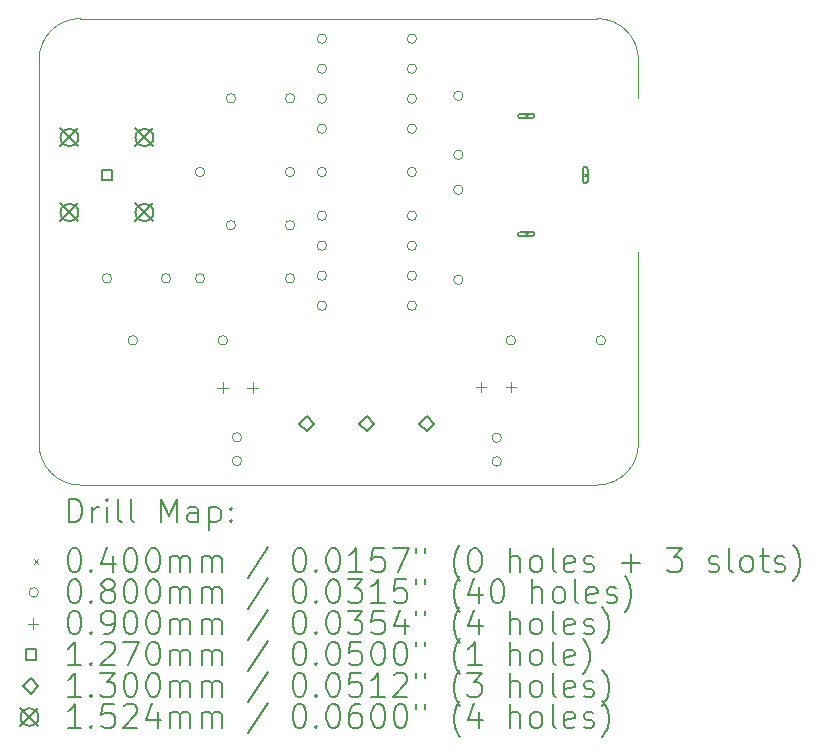
<source format=gbr>
%TF.GenerationSoftware,KiCad,Pcbnew,(6.0.7-1)-1*%
%TF.CreationDate,2022-08-15T15:41:14-06:00*%
%TF.ProjectId,bpf,6270662e-6b69-4636-9164-5f7063625858,1*%
%TF.SameCoordinates,Original*%
%TF.FileFunction,Drillmap*%
%TF.FilePolarity,Positive*%
%FSLAX45Y45*%
G04 Gerber Fmt 4.5, Leading zero omitted, Abs format (unit mm)*
G04 Created by KiCad (PCBNEW (6.0.7-1)-1) date 2022-08-15 15:41:14*
%MOMM*%
%LPD*%
G01*
G04 APERTURE LIST*
%ADD10C,0.100000*%
%ADD11C,0.200000*%
%ADD12C,0.040000*%
%ADD13C,0.080000*%
%ADD14C,0.090000*%
%ADD15C,0.127000*%
%ADD16C,0.130000*%
%ADD17C,0.152400*%
G04 APERTURE END LIST*
D10*
X12575000Y-9400000D02*
G75*
G03*
X12225000Y-9050000I-350000J0D01*
G01*
X12575000Y-9400000D02*
X12575000Y-9725000D01*
X7850000Y-13000000D02*
X12225000Y-13000000D01*
X7850000Y-9050000D02*
G75*
G03*
X7500000Y-9400000I0J-350000D01*
G01*
X12575000Y-11025000D02*
X12575000Y-12650000D01*
X12225000Y-13000000D02*
G75*
G03*
X12575000Y-12650000I0J350000D01*
G01*
X7500000Y-12650000D02*
G75*
G03*
X7850000Y-13000000I350000J0D01*
G01*
X12225000Y-9050000D02*
X7850000Y-9050000D01*
X7500000Y-9400000D02*
X7500000Y-12650000D01*
D11*
D12*
X11605000Y-9855000D02*
X11645000Y-9895000D01*
X11645000Y-9855000D02*
X11605000Y-9895000D01*
D11*
X11675000Y-9855000D02*
X11575000Y-9855000D01*
X11675000Y-9895000D02*
X11575000Y-9895000D01*
X11575000Y-9855000D02*
G75*
G03*
X11575000Y-9895000I0J-20000D01*
G01*
X11675000Y-9895000D02*
G75*
G03*
X11675000Y-9855000I0J20000D01*
G01*
D12*
X11605000Y-10855000D02*
X11645000Y-10895000D01*
X11645000Y-10855000D02*
X11605000Y-10895000D01*
D11*
X11575000Y-10895000D02*
X11675000Y-10895000D01*
X11575000Y-10855000D02*
X11675000Y-10855000D01*
X11675000Y-10895000D02*
G75*
G03*
X11675000Y-10855000I0J20000D01*
G01*
X11575000Y-10855000D02*
G75*
G03*
X11575000Y-10895000I0J-20000D01*
G01*
D12*
X12105000Y-10355000D02*
X12145000Y-10395000D01*
X12145000Y-10355000D02*
X12105000Y-10395000D01*
D11*
X12145000Y-10425000D02*
X12145000Y-10325000D01*
X12105000Y-10425000D02*
X12105000Y-10325000D01*
X12145000Y-10325000D02*
G75*
G03*
X12105000Y-10325000I-20000J0D01*
G01*
X12105000Y-10425000D02*
G75*
G03*
X12145000Y-10425000I20000J0D01*
G01*
D13*
X8115000Y-11250000D02*
G75*
G03*
X8115000Y-11250000I-40000J0D01*
G01*
X8334000Y-11775000D02*
G75*
G03*
X8334000Y-11775000I-40000J0D01*
G01*
X8615000Y-11250000D02*
G75*
G03*
X8615000Y-11250000I-40000J0D01*
G01*
X8903000Y-10350000D02*
G75*
G03*
X8903000Y-10350000I-40000J0D01*
G01*
X8903000Y-11250000D02*
G75*
G03*
X8903000Y-11250000I-40000J0D01*
G01*
X9096000Y-11775000D02*
G75*
G03*
X9096000Y-11775000I-40000J0D01*
G01*
X9165000Y-9725000D02*
G75*
G03*
X9165000Y-9725000I-40000J0D01*
G01*
X9165000Y-10800000D02*
G75*
G03*
X9165000Y-10800000I-40000J0D01*
G01*
X9215000Y-12595511D02*
G75*
G03*
X9215000Y-12595511I-40000J0D01*
G01*
X9215000Y-12795511D02*
G75*
G03*
X9215000Y-12795511I-40000J0D01*
G01*
X9665000Y-9725000D02*
G75*
G03*
X9665000Y-9725000I-40000J0D01*
G01*
X9665000Y-10350000D02*
G75*
G03*
X9665000Y-10350000I-40000J0D01*
G01*
X9665000Y-10800000D02*
G75*
G03*
X9665000Y-10800000I-40000J0D01*
G01*
X9665000Y-11250000D02*
G75*
G03*
X9665000Y-11250000I-40000J0D01*
G01*
X9934000Y-10350000D02*
G75*
G03*
X9934000Y-10350000I-40000J0D01*
G01*
X9935000Y-9220000D02*
G75*
G03*
X9935000Y-9220000I-40000J0D01*
G01*
X9935000Y-9474000D02*
G75*
G03*
X9935000Y-9474000I-40000J0D01*
G01*
X9935000Y-9728000D02*
G75*
G03*
X9935000Y-9728000I-40000J0D01*
G01*
X9935000Y-9982000D02*
G75*
G03*
X9935000Y-9982000I-40000J0D01*
G01*
X9935000Y-10720000D02*
G75*
G03*
X9935000Y-10720000I-40000J0D01*
G01*
X9935000Y-10974000D02*
G75*
G03*
X9935000Y-10974000I-40000J0D01*
G01*
X9935000Y-11228000D02*
G75*
G03*
X9935000Y-11228000I-40000J0D01*
G01*
X9935000Y-11482000D02*
G75*
G03*
X9935000Y-11482000I-40000J0D01*
G01*
X10696000Y-10350000D02*
G75*
G03*
X10696000Y-10350000I-40000J0D01*
G01*
X10697000Y-9220000D02*
G75*
G03*
X10697000Y-9220000I-40000J0D01*
G01*
X10697000Y-9474000D02*
G75*
G03*
X10697000Y-9474000I-40000J0D01*
G01*
X10697000Y-9728000D02*
G75*
G03*
X10697000Y-9728000I-40000J0D01*
G01*
X10697000Y-9982000D02*
G75*
G03*
X10697000Y-9982000I-40000J0D01*
G01*
X10697000Y-10720000D02*
G75*
G03*
X10697000Y-10720000I-40000J0D01*
G01*
X10697000Y-10974000D02*
G75*
G03*
X10697000Y-10974000I-40000J0D01*
G01*
X10697000Y-11228000D02*
G75*
G03*
X10697000Y-11228000I-40000J0D01*
G01*
X10697000Y-11482000D02*
G75*
G03*
X10697000Y-11482000I-40000J0D01*
G01*
X11090000Y-9705000D02*
G75*
G03*
X11090000Y-9705000I-40000J0D01*
G01*
X11090000Y-10205000D02*
G75*
G03*
X11090000Y-10205000I-40000J0D01*
G01*
X11090000Y-10500000D02*
G75*
G03*
X11090000Y-10500000I-40000J0D01*
G01*
X11090000Y-11262000D02*
G75*
G03*
X11090000Y-11262000I-40000J0D01*
G01*
X11415000Y-12600000D02*
G75*
G03*
X11415000Y-12600000I-40000J0D01*
G01*
X11415000Y-12800000D02*
G75*
G03*
X11415000Y-12800000I-40000J0D01*
G01*
X11534000Y-11775000D02*
G75*
G03*
X11534000Y-11775000I-40000J0D01*
G01*
X12296000Y-11775000D02*
G75*
G03*
X12296000Y-11775000I-40000J0D01*
G01*
D14*
X9054500Y-12130000D02*
X9054500Y-12220000D01*
X9009500Y-12175000D02*
X9099500Y-12175000D01*
X9308500Y-12130000D02*
X9308500Y-12220000D01*
X9263500Y-12175000D02*
X9353500Y-12175000D01*
X11242500Y-12125500D02*
X11242500Y-12215500D01*
X11197500Y-12170500D02*
X11287500Y-12170500D01*
X11496500Y-12125500D02*
X11496500Y-12215500D01*
X11451500Y-12170500D02*
X11541500Y-12170500D01*
D15*
X8119902Y-10419902D02*
X8119902Y-10330098D01*
X8030098Y-10330098D01*
X8030098Y-10419902D01*
X8119902Y-10419902D01*
D16*
X9766500Y-12545500D02*
X9831500Y-12480500D01*
X9766500Y-12415500D01*
X9701500Y-12480500D01*
X9766500Y-12545500D01*
X10274500Y-12545500D02*
X10339500Y-12480500D01*
X10274500Y-12415500D01*
X10209500Y-12480500D01*
X10274500Y-12545500D01*
X10782500Y-12545500D02*
X10847500Y-12480500D01*
X10782500Y-12415500D01*
X10717500Y-12480500D01*
X10782500Y-12545500D01*
D17*
X7681300Y-9981300D02*
X7833700Y-10133700D01*
X7833700Y-9981300D02*
X7681300Y-10133700D01*
X7833700Y-10057500D02*
G75*
G03*
X7833700Y-10057500I-76200J0D01*
G01*
X7681300Y-10616300D02*
X7833700Y-10768700D01*
X7833700Y-10616300D02*
X7681300Y-10768700D01*
X7833700Y-10692500D02*
G75*
G03*
X7833700Y-10692500I-76200J0D01*
G01*
X8316300Y-9981300D02*
X8468700Y-10133700D01*
X8468700Y-9981300D02*
X8316300Y-10133700D01*
X8468700Y-10057500D02*
G75*
G03*
X8468700Y-10057500I-76200J0D01*
G01*
X8316300Y-10616300D02*
X8468700Y-10768700D01*
X8468700Y-10616300D02*
X8316300Y-10768700D01*
X8468700Y-10692500D02*
G75*
G03*
X8468700Y-10692500I-76200J0D01*
G01*
D11*
X7752619Y-13315476D02*
X7752619Y-13115476D01*
X7800238Y-13115476D01*
X7828809Y-13125000D01*
X7847857Y-13144048D01*
X7857381Y-13163095D01*
X7866905Y-13201190D01*
X7866905Y-13229762D01*
X7857381Y-13267857D01*
X7847857Y-13286905D01*
X7828809Y-13305952D01*
X7800238Y-13315476D01*
X7752619Y-13315476D01*
X7952619Y-13315476D02*
X7952619Y-13182143D01*
X7952619Y-13220238D02*
X7962143Y-13201190D01*
X7971667Y-13191667D01*
X7990714Y-13182143D01*
X8009762Y-13182143D01*
X8076428Y-13315476D02*
X8076428Y-13182143D01*
X8076428Y-13115476D02*
X8066905Y-13125000D01*
X8076428Y-13134524D01*
X8085952Y-13125000D01*
X8076428Y-13115476D01*
X8076428Y-13134524D01*
X8200238Y-13315476D02*
X8181190Y-13305952D01*
X8171667Y-13286905D01*
X8171667Y-13115476D01*
X8305000Y-13315476D02*
X8285952Y-13305952D01*
X8276428Y-13286905D01*
X8276428Y-13115476D01*
X8533571Y-13315476D02*
X8533571Y-13115476D01*
X8600238Y-13258333D01*
X8666905Y-13115476D01*
X8666905Y-13315476D01*
X8847857Y-13315476D02*
X8847857Y-13210714D01*
X8838333Y-13191667D01*
X8819286Y-13182143D01*
X8781190Y-13182143D01*
X8762143Y-13191667D01*
X8847857Y-13305952D02*
X8828810Y-13315476D01*
X8781190Y-13315476D01*
X8762143Y-13305952D01*
X8752619Y-13286905D01*
X8752619Y-13267857D01*
X8762143Y-13248809D01*
X8781190Y-13239286D01*
X8828810Y-13239286D01*
X8847857Y-13229762D01*
X8943095Y-13182143D02*
X8943095Y-13382143D01*
X8943095Y-13191667D02*
X8962143Y-13182143D01*
X9000238Y-13182143D01*
X9019286Y-13191667D01*
X9028810Y-13201190D01*
X9038333Y-13220238D01*
X9038333Y-13277381D01*
X9028810Y-13296428D01*
X9019286Y-13305952D01*
X9000238Y-13315476D01*
X8962143Y-13315476D01*
X8943095Y-13305952D01*
X9124048Y-13296428D02*
X9133571Y-13305952D01*
X9124048Y-13315476D01*
X9114524Y-13305952D01*
X9124048Y-13296428D01*
X9124048Y-13315476D01*
X9124048Y-13191667D02*
X9133571Y-13201190D01*
X9124048Y-13210714D01*
X9114524Y-13201190D01*
X9124048Y-13191667D01*
X9124048Y-13210714D01*
D12*
X7455000Y-13625000D02*
X7495000Y-13665000D01*
X7495000Y-13625000D02*
X7455000Y-13665000D01*
D11*
X7790714Y-13535476D02*
X7809762Y-13535476D01*
X7828809Y-13545000D01*
X7838333Y-13554524D01*
X7847857Y-13573571D01*
X7857381Y-13611667D01*
X7857381Y-13659286D01*
X7847857Y-13697381D01*
X7838333Y-13716428D01*
X7828809Y-13725952D01*
X7809762Y-13735476D01*
X7790714Y-13735476D01*
X7771667Y-13725952D01*
X7762143Y-13716428D01*
X7752619Y-13697381D01*
X7743095Y-13659286D01*
X7743095Y-13611667D01*
X7752619Y-13573571D01*
X7762143Y-13554524D01*
X7771667Y-13545000D01*
X7790714Y-13535476D01*
X7943095Y-13716428D02*
X7952619Y-13725952D01*
X7943095Y-13735476D01*
X7933571Y-13725952D01*
X7943095Y-13716428D01*
X7943095Y-13735476D01*
X8124048Y-13602143D02*
X8124048Y-13735476D01*
X8076428Y-13525952D02*
X8028809Y-13668809D01*
X8152619Y-13668809D01*
X8266905Y-13535476D02*
X8285952Y-13535476D01*
X8305000Y-13545000D01*
X8314524Y-13554524D01*
X8324048Y-13573571D01*
X8333571Y-13611667D01*
X8333571Y-13659286D01*
X8324048Y-13697381D01*
X8314524Y-13716428D01*
X8305000Y-13725952D01*
X8285952Y-13735476D01*
X8266905Y-13735476D01*
X8247857Y-13725952D01*
X8238333Y-13716428D01*
X8228809Y-13697381D01*
X8219286Y-13659286D01*
X8219286Y-13611667D01*
X8228809Y-13573571D01*
X8238333Y-13554524D01*
X8247857Y-13545000D01*
X8266905Y-13535476D01*
X8457381Y-13535476D02*
X8476429Y-13535476D01*
X8495476Y-13545000D01*
X8505000Y-13554524D01*
X8514524Y-13573571D01*
X8524048Y-13611667D01*
X8524048Y-13659286D01*
X8514524Y-13697381D01*
X8505000Y-13716428D01*
X8495476Y-13725952D01*
X8476429Y-13735476D01*
X8457381Y-13735476D01*
X8438333Y-13725952D01*
X8428810Y-13716428D01*
X8419286Y-13697381D01*
X8409762Y-13659286D01*
X8409762Y-13611667D01*
X8419286Y-13573571D01*
X8428810Y-13554524D01*
X8438333Y-13545000D01*
X8457381Y-13535476D01*
X8609762Y-13735476D02*
X8609762Y-13602143D01*
X8609762Y-13621190D02*
X8619286Y-13611667D01*
X8638333Y-13602143D01*
X8666905Y-13602143D01*
X8685952Y-13611667D01*
X8695476Y-13630714D01*
X8695476Y-13735476D01*
X8695476Y-13630714D02*
X8705000Y-13611667D01*
X8724048Y-13602143D01*
X8752619Y-13602143D01*
X8771667Y-13611667D01*
X8781190Y-13630714D01*
X8781190Y-13735476D01*
X8876429Y-13735476D02*
X8876429Y-13602143D01*
X8876429Y-13621190D02*
X8885952Y-13611667D01*
X8905000Y-13602143D01*
X8933571Y-13602143D01*
X8952619Y-13611667D01*
X8962143Y-13630714D01*
X8962143Y-13735476D01*
X8962143Y-13630714D02*
X8971667Y-13611667D01*
X8990714Y-13602143D01*
X9019286Y-13602143D01*
X9038333Y-13611667D01*
X9047857Y-13630714D01*
X9047857Y-13735476D01*
X9438333Y-13525952D02*
X9266905Y-13783095D01*
X9695476Y-13535476D02*
X9714524Y-13535476D01*
X9733571Y-13545000D01*
X9743095Y-13554524D01*
X9752619Y-13573571D01*
X9762143Y-13611667D01*
X9762143Y-13659286D01*
X9752619Y-13697381D01*
X9743095Y-13716428D01*
X9733571Y-13725952D01*
X9714524Y-13735476D01*
X9695476Y-13735476D01*
X9676429Y-13725952D01*
X9666905Y-13716428D01*
X9657381Y-13697381D01*
X9647857Y-13659286D01*
X9647857Y-13611667D01*
X9657381Y-13573571D01*
X9666905Y-13554524D01*
X9676429Y-13545000D01*
X9695476Y-13535476D01*
X9847857Y-13716428D02*
X9857381Y-13725952D01*
X9847857Y-13735476D01*
X9838333Y-13725952D01*
X9847857Y-13716428D01*
X9847857Y-13735476D01*
X9981190Y-13535476D02*
X10000238Y-13535476D01*
X10019286Y-13545000D01*
X10028810Y-13554524D01*
X10038333Y-13573571D01*
X10047857Y-13611667D01*
X10047857Y-13659286D01*
X10038333Y-13697381D01*
X10028810Y-13716428D01*
X10019286Y-13725952D01*
X10000238Y-13735476D01*
X9981190Y-13735476D01*
X9962143Y-13725952D01*
X9952619Y-13716428D01*
X9943095Y-13697381D01*
X9933571Y-13659286D01*
X9933571Y-13611667D01*
X9943095Y-13573571D01*
X9952619Y-13554524D01*
X9962143Y-13545000D01*
X9981190Y-13535476D01*
X10238333Y-13735476D02*
X10124048Y-13735476D01*
X10181190Y-13735476D02*
X10181190Y-13535476D01*
X10162143Y-13564048D01*
X10143095Y-13583095D01*
X10124048Y-13592619D01*
X10419286Y-13535476D02*
X10324048Y-13535476D01*
X10314524Y-13630714D01*
X10324048Y-13621190D01*
X10343095Y-13611667D01*
X10390714Y-13611667D01*
X10409762Y-13621190D01*
X10419286Y-13630714D01*
X10428810Y-13649762D01*
X10428810Y-13697381D01*
X10419286Y-13716428D01*
X10409762Y-13725952D01*
X10390714Y-13735476D01*
X10343095Y-13735476D01*
X10324048Y-13725952D01*
X10314524Y-13716428D01*
X10495476Y-13535476D02*
X10628810Y-13535476D01*
X10543095Y-13735476D01*
X10695476Y-13535476D02*
X10695476Y-13573571D01*
X10771667Y-13535476D02*
X10771667Y-13573571D01*
X11066905Y-13811667D02*
X11057381Y-13802143D01*
X11038333Y-13773571D01*
X11028810Y-13754524D01*
X11019286Y-13725952D01*
X11009762Y-13678333D01*
X11009762Y-13640238D01*
X11019286Y-13592619D01*
X11028810Y-13564048D01*
X11038333Y-13545000D01*
X11057381Y-13516428D01*
X11066905Y-13506905D01*
X11181190Y-13535476D02*
X11200238Y-13535476D01*
X11219286Y-13545000D01*
X11228809Y-13554524D01*
X11238333Y-13573571D01*
X11247857Y-13611667D01*
X11247857Y-13659286D01*
X11238333Y-13697381D01*
X11228809Y-13716428D01*
X11219286Y-13725952D01*
X11200238Y-13735476D01*
X11181190Y-13735476D01*
X11162143Y-13725952D01*
X11152619Y-13716428D01*
X11143095Y-13697381D01*
X11133571Y-13659286D01*
X11133571Y-13611667D01*
X11143095Y-13573571D01*
X11152619Y-13554524D01*
X11162143Y-13545000D01*
X11181190Y-13535476D01*
X11485952Y-13735476D02*
X11485952Y-13535476D01*
X11571667Y-13735476D02*
X11571667Y-13630714D01*
X11562143Y-13611667D01*
X11543095Y-13602143D01*
X11514524Y-13602143D01*
X11495476Y-13611667D01*
X11485952Y-13621190D01*
X11695476Y-13735476D02*
X11676428Y-13725952D01*
X11666905Y-13716428D01*
X11657381Y-13697381D01*
X11657381Y-13640238D01*
X11666905Y-13621190D01*
X11676428Y-13611667D01*
X11695476Y-13602143D01*
X11724048Y-13602143D01*
X11743095Y-13611667D01*
X11752619Y-13621190D01*
X11762143Y-13640238D01*
X11762143Y-13697381D01*
X11752619Y-13716428D01*
X11743095Y-13725952D01*
X11724048Y-13735476D01*
X11695476Y-13735476D01*
X11876428Y-13735476D02*
X11857381Y-13725952D01*
X11847857Y-13706905D01*
X11847857Y-13535476D01*
X12028809Y-13725952D02*
X12009762Y-13735476D01*
X11971667Y-13735476D01*
X11952619Y-13725952D01*
X11943095Y-13706905D01*
X11943095Y-13630714D01*
X11952619Y-13611667D01*
X11971667Y-13602143D01*
X12009762Y-13602143D01*
X12028809Y-13611667D01*
X12038333Y-13630714D01*
X12038333Y-13649762D01*
X11943095Y-13668809D01*
X12114524Y-13725952D02*
X12133571Y-13735476D01*
X12171667Y-13735476D01*
X12190714Y-13725952D01*
X12200238Y-13706905D01*
X12200238Y-13697381D01*
X12190714Y-13678333D01*
X12171667Y-13668809D01*
X12143095Y-13668809D01*
X12124048Y-13659286D01*
X12114524Y-13640238D01*
X12114524Y-13630714D01*
X12124048Y-13611667D01*
X12143095Y-13602143D01*
X12171667Y-13602143D01*
X12190714Y-13611667D01*
X12438333Y-13659286D02*
X12590714Y-13659286D01*
X12514524Y-13735476D02*
X12514524Y-13583095D01*
X12819286Y-13535476D02*
X12943095Y-13535476D01*
X12876428Y-13611667D01*
X12905000Y-13611667D01*
X12924048Y-13621190D01*
X12933571Y-13630714D01*
X12943095Y-13649762D01*
X12943095Y-13697381D01*
X12933571Y-13716428D01*
X12924048Y-13725952D01*
X12905000Y-13735476D01*
X12847857Y-13735476D01*
X12828809Y-13725952D01*
X12819286Y-13716428D01*
X13171667Y-13725952D02*
X13190714Y-13735476D01*
X13228809Y-13735476D01*
X13247857Y-13725952D01*
X13257381Y-13706905D01*
X13257381Y-13697381D01*
X13247857Y-13678333D01*
X13228809Y-13668809D01*
X13200238Y-13668809D01*
X13181190Y-13659286D01*
X13171667Y-13640238D01*
X13171667Y-13630714D01*
X13181190Y-13611667D01*
X13200238Y-13602143D01*
X13228809Y-13602143D01*
X13247857Y-13611667D01*
X13371667Y-13735476D02*
X13352619Y-13725952D01*
X13343095Y-13706905D01*
X13343095Y-13535476D01*
X13476428Y-13735476D02*
X13457381Y-13725952D01*
X13447857Y-13716428D01*
X13438333Y-13697381D01*
X13438333Y-13640238D01*
X13447857Y-13621190D01*
X13457381Y-13611667D01*
X13476428Y-13602143D01*
X13505000Y-13602143D01*
X13524048Y-13611667D01*
X13533571Y-13621190D01*
X13543095Y-13640238D01*
X13543095Y-13697381D01*
X13533571Y-13716428D01*
X13524048Y-13725952D01*
X13505000Y-13735476D01*
X13476428Y-13735476D01*
X13600238Y-13602143D02*
X13676428Y-13602143D01*
X13628809Y-13535476D02*
X13628809Y-13706905D01*
X13638333Y-13725952D01*
X13657381Y-13735476D01*
X13676428Y-13735476D01*
X13733571Y-13725952D02*
X13752619Y-13735476D01*
X13790714Y-13735476D01*
X13809762Y-13725952D01*
X13819286Y-13706905D01*
X13819286Y-13697381D01*
X13809762Y-13678333D01*
X13790714Y-13668809D01*
X13762143Y-13668809D01*
X13743095Y-13659286D01*
X13733571Y-13640238D01*
X13733571Y-13630714D01*
X13743095Y-13611667D01*
X13762143Y-13602143D01*
X13790714Y-13602143D01*
X13809762Y-13611667D01*
X13885952Y-13811667D02*
X13895476Y-13802143D01*
X13914524Y-13773571D01*
X13924048Y-13754524D01*
X13933571Y-13725952D01*
X13943095Y-13678333D01*
X13943095Y-13640238D01*
X13933571Y-13592619D01*
X13924048Y-13564048D01*
X13914524Y-13545000D01*
X13895476Y-13516428D01*
X13885952Y-13506905D01*
D13*
X7495000Y-13909000D02*
G75*
G03*
X7495000Y-13909000I-40000J0D01*
G01*
D11*
X7790714Y-13799476D02*
X7809762Y-13799476D01*
X7828809Y-13809000D01*
X7838333Y-13818524D01*
X7847857Y-13837571D01*
X7857381Y-13875667D01*
X7857381Y-13923286D01*
X7847857Y-13961381D01*
X7838333Y-13980428D01*
X7828809Y-13989952D01*
X7809762Y-13999476D01*
X7790714Y-13999476D01*
X7771667Y-13989952D01*
X7762143Y-13980428D01*
X7752619Y-13961381D01*
X7743095Y-13923286D01*
X7743095Y-13875667D01*
X7752619Y-13837571D01*
X7762143Y-13818524D01*
X7771667Y-13809000D01*
X7790714Y-13799476D01*
X7943095Y-13980428D02*
X7952619Y-13989952D01*
X7943095Y-13999476D01*
X7933571Y-13989952D01*
X7943095Y-13980428D01*
X7943095Y-13999476D01*
X8066905Y-13885190D02*
X8047857Y-13875667D01*
X8038333Y-13866143D01*
X8028809Y-13847095D01*
X8028809Y-13837571D01*
X8038333Y-13818524D01*
X8047857Y-13809000D01*
X8066905Y-13799476D01*
X8105000Y-13799476D01*
X8124048Y-13809000D01*
X8133571Y-13818524D01*
X8143095Y-13837571D01*
X8143095Y-13847095D01*
X8133571Y-13866143D01*
X8124048Y-13875667D01*
X8105000Y-13885190D01*
X8066905Y-13885190D01*
X8047857Y-13894714D01*
X8038333Y-13904238D01*
X8028809Y-13923286D01*
X8028809Y-13961381D01*
X8038333Y-13980428D01*
X8047857Y-13989952D01*
X8066905Y-13999476D01*
X8105000Y-13999476D01*
X8124048Y-13989952D01*
X8133571Y-13980428D01*
X8143095Y-13961381D01*
X8143095Y-13923286D01*
X8133571Y-13904238D01*
X8124048Y-13894714D01*
X8105000Y-13885190D01*
X8266905Y-13799476D02*
X8285952Y-13799476D01*
X8305000Y-13809000D01*
X8314524Y-13818524D01*
X8324048Y-13837571D01*
X8333571Y-13875667D01*
X8333571Y-13923286D01*
X8324048Y-13961381D01*
X8314524Y-13980428D01*
X8305000Y-13989952D01*
X8285952Y-13999476D01*
X8266905Y-13999476D01*
X8247857Y-13989952D01*
X8238333Y-13980428D01*
X8228809Y-13961381D01*
X8219286Y-13923286D01*
X8219286Y-13875667D01*
X8228809Y-13837571D01*
X8238333Y-13818524D01*
X8247857Y-13809000D01*
X8266905Y-13799476D01*
X8457381Y-13799476D02*
X8476429Y-13799476D01*
X8495476Y-13809000D01*
X8505000Y-13818524D01*
X8514524Y-13837571D01*
X8524048Y-13875667D01*
X8524048Y-13923286D01*
X8514524Y-13961381D01*
X8505000Y-13980428D01*
X8495476Y-13989952D01*
X8476429Y-13999476D01*
X8457381Y-13999476D01*
X8438333Y-13989952D01*
X8428810Y-13980428D01*
X8419286Y-13961381D01*
X8409762Y-13923286D01*
X8409762Y-13875667D01*
X8419286Y-13837571D01*
X8428810Y-13818524D01*
X8438333Y-13809000D01*
X8457381Y-13799476D01*
X8609762Y-13999476D02*
X8609762Y-13866143D01*
X8609762Y-13885190D02*
X8619286Y-13875667D01*
X8638333Y-13866143D01*
X8666905Y-13866143D01*
X8685952Y-13875667D01*
X8695476Y-13894714D01*
X8695476Y-13999476D01*
X8695476Y-13894714D02*
X8705000Y-13875667D01*
X8724048Y-13866143D01*
X8752619Y-13866143D01*
X8771667Y-13875667D01*
X8781190Y-13894714D01*
X8781190Y-13999476D01*
X8876429Y-13999476D02*
X8876429Y-13866143D01*
X8876429Y-13885190D02*
X8885952Y-13875667D01*
X8905000Y-13866143D01*
X8933571Y-13866143D01*
X8952619Y-13875667D01*
X8962143Y-13894714D01*
X8962143Y-13999476D01*
X8962143Y-13894714D02*
X8971667Y-13875667D01*
X8990714Y-13866143D01*
X9019286Y-13866143D01*
X9038333Y-13875667D01*
X9047857Y-13894714D01*
X9047857Y-13999476D01*
X9438333Y-13789952D02*
X9266905Y-14047095D01*
X9695476Y-13799476D02*
X9714524Y-13799476D01*
X9733571Y-13809000D01*
X9743095Y-13818524D01*
X9752619Y-13837571D01*
X9762143Y-13875667D01*
X9762143Y-13923286D01*
X9752619Y-13961381D01*
X9743095Y-13980428D01*
X9733571Y-13989952D01*
X9714524Y-13999476D01*
X9695476Y-13999476D01*
X9676429Y-13989952D01*
X9666905Y-13980428D01*
X9657381Y-13961381D01*
X9647857Y-13923286D01*
X9647857Y-13875667D01*
X9657381Y-13837571D01*
X9666905Y-13818524D01*
X9676429Y-13809000D01*
X9695476Y-13799476D01*
X9847857Y-13980428D02*
X9857381Y-13989952D01*
X9847857Y-13999476D01*
X9838333Y-13989952D01*
X9847857Y-13980428D01*
X9847857Y-13999476D01*
X9981190Y-13799476D02*
X10000238Y-13799476D01*
X10019286Y-13809000D01*
X10028810Y-13818524D01*
X10038333Y-13837571D01*
X10047857Y-13875667D01*
X10047857Y-13923286D01*
X10038333Y-13961381D01*
X10028810Y-13980428D01*
X10019286Y-13989952D01*
X10000238Y-13999476D01*
X9981190Y-13999476D01*
X9962143Y-13989952D01*
X9952619Y-13980428D01*
X9943095Y-13961381D01*
X9933571Y-13923286D01*
X9933571Y-13875667D01*
X9943095Y-13837571D01*
X9952619Y-13818524D01*
X9962143Y-13809000D01*
X9981190Y-13799476D01*
X10114524Y-13799476D02*
X10238333Y-13799476D01*
X10171667Y-13875667D01*
X10200238Y-13875667D01*
X10219286Y-13885190D01*
X10228810Y-13894714D01*
X10238333Y-13913762D01*
X10238333Y-13961381D01*
X10228810Y-13980428D01*
X10219286Y-13989952D01*
X10200238Y-13999476D01*
X10143095Y-13999476D01*
X10124048Y-13989952D01*
X10114524Y-13980428D01*
X10428810Y-13999476D02*
X10314524Y-13999476D01*
X10371667Y-13999476D02*
X10371667Y-13799476D01*
X10352619Y-13828048D01*
X10333571Y-13847095D01*
X10314524Y-13856619D01*
X10609762Y-13799476D02*
X10514524Y-13799476D01*
X10505000Y-13894714D01*
X10514524Y-13885190D01*
X10533571Y-13875667D01*
X10581190Y-13875667D01*
X10600238Y-13885190D01*
X10609762Y-13894714D01*
X10619286Y-13913762D01*
X10619286Y-13961381D01*
X10609762Y-13980428D01*
X10600238Y-13989952D01*
X10581190Y-13999476D01*
X10533571Y-13999476D01*
X10514524Y-13989952D01*
X10505000Y-13980428D01*
X10695476Y-13799476D02*
X10695476Y-13837571D01*
X10771667Y-13799476D02*
X10771667Y-13837571D01*
X11066905Y-14075667D02*
X11057381Y-14066143D01*
X11038333Y-14037571D01*
X11028810Y-14018524D01*
X11019286Y-13989952D01*
X11009762Y-13942333D01*
X11009762Y-13904238D01*
X11019286Y-13856619D01*
X11028810Y-13828048D01*
X11038333Y-13809000D01*
X11057381Y-13780428D01*
X11066905Y-13770905D01*
X11228809Y-13866143D02*
X11228809Y-13999476D01*
X11181190Y-13789952D02*
X11133571Y-13932809D01*
X11257381Y-13932809D01*
X11371667Y-13799476D02*
X11390714Y-13799476D01*
X11409762Y-13809000D01*
X11419286Y-13818524D01*
X11428809Y-13837571D01*
X11438333Y-13875667D01*
X11438333Y-13923286D01*
X11428809Y-13961381D01*
X11419286Y-13980428D01*
X11409762Y-13989952D01*
X11390714Y-13999476D01*
X11371667Y-13999476D01*
X11352619Y-13989952D01*
X11343095Y-13980428D01*
X11333571Y-13961381D01*
X11324048Y-13923286D01*
X11324048Y-13875667D01*
X11333571Y-13837571D01*
X11343095Y-13818524D01*
X11352619Y-13809000D01*
X11371667Y-13799476D01*
X11676428Y-13999476D02*
X11676428Y-13799476D01*
X11762143Y-13999476D02*
X11762143Y-13894714D01*
X11752619Y-13875667D01*
X11733571Y-13866143D01*
X11705000Y-13866143D01*
X11685952Y-13875667D01*
X11676428Y-13885190D01*
X11885952Y-13999476D02*
X11866905Y-13989952D01*
X11857381Y-13980428D01*
X11847857Y-13961381D01*
X11847857Y-13904238D01*
X11857381Y-13885190D01*
X11866905Y-13875667D01*
X11885952Y-13866143D01*
X11914524Y-13866143D01*
X11933571Y-13875667D01*
X11943095Y-13885190D01*
X11952619Y-13904238D01*
X11952619Y-13961381D01*
X11943095Y-13980428D01*
X11933571Y-13989952D01*
X11914524Y-13999476D01*
X11885952Y-13999476D01*
X12066905Y-13999476D02*
X12047857Y-13989952D01*
X12038333Y-13970905D01*
X12038333Y-13799476D01*
X12219286Y-13989952D02*
X12200238Y-13999476D01*
X12162143Y-13999476D01*
X12143095Y-13989952D01*
X12133571Y-13970905D01*
X12133571Y-13894714D01*
X12143095Y-13875667D01*
X12162143Y-13866143D01*
X12200238Y-13866143D01*
X12219286Y-13875667D01*
X12228809Y-13894714D01*
X12228809Y-13913762D01*
X12133571Y-13932809D01*
X12305000Y-13989952D02*
X12324048Y-13999476D01*
X12362143Y-13999476D01*
X12381190Y-13989952D01*
X12390714Y-13970905D01*
X12390714Y-13961381D01*
X12381190Y-13942333D01*
X12362143Y-13932809D01*
X12333571Y-13932809D01*
X12314524Y-13923286D01*
X12305000Y-13904238D01*
X12305000Y-13894714D01*
X12314524Y-13875667D01*
X12333571Y-13866143D01*
X12362143Y-13866143D01*
X12381190Y-13875667D01*
X12457381Y-14075667D02*
X12466905Y-14066143D01*
X12485952Y-14037571D01*
X12495476Y-14018524D01*
X12505000Y-13989952D01*
X12514524Y-13942333D01*
X12514524Y-13904238D01*
X12505000Y-13856619D01*
X12495476Y-13828048D01*
X12485952Y-13809000D01*
X12466905Y-13780428D01*
X12457381Y-13770905D01*
D14*
X7450000Y-14128000D02*
X7450000Y-14218000D01*
X7405000Y-14173000D02*
X7495000Y-14173000D01*
D11*
X7790714Y-14063476D02*
X7809762Y-14063476D01*
X7828809Y-14073000D01*
X7838333Y-14082524D01*
X7847857Y-14101571D01*
X7857381Y-14139667D01*
X7857381Y-14187286D01*
X7847857Y-14225381D01*
X7838333Y-14244428D01*
X7828809Y-14253952D01*
X7809762Y-14263476D01*
X7790714Y-14263476D01*
X7771667Y-14253952D01*
X7762143Y-14244428D01*
X7752619Y-14225381D01*
X7743095Y-14187286D01*
X7743095Y-14139667D01*
X7752619Y-14101571D01*
X7762143Y-14082524D01*
X7771667Y-14073000D01*
X7790714Y-14063476D01*
X7943095Y-14244428D02*
X7952619Y-14253952D01*
X7943095Y-14263476D01*
X7933571Y-14253952D01*
X7943095Y-14244428D01*
X7943095Y-14263476D01*
X8047857Y-14263476D02*
X8085952Y-14263476D01*
X8105000Y-14253952D01*
X8114524Y-14244428D01*
X8133571Y-14215857D01*
X8143095Y-14177762D01*
X8143095Y-14101571D01*
X8133571Y-14082524D01*
X8124048Y-14073000D01*
X8105000Y-14063476D01*
X8066905Y-14063476D01*
X8047857Y-14073000D01*
X8038333Y-14082524D01*
X8028809Y-14101571D01*
X8028809Y-14149190D01*
X8038333Y-14168238D01*
X8047857Y-14177762D01*
X8066905Y-14187286D01*
X8105000Y-14187286D01*
X8124048Y-14177762D01*
X8133571Y-14168238D01*
X8143095Y-14149190D01*
X8266905Y-14063476D02*
X8285952Y-14063476D01*
X8305000Y-14073000D01*
X8314524Y-14082524D01*
X8324048Y-14101571D01*
X8333571Y-14139667D01*
X8333571Y-14187286D01*
X8324048Y-14225381D01*
X8314524Y-14244428D01*
X8305000Y-14253952D01*
X8285952Y-14263476D01*
X8266905Y-14263476D01*
X8247857Y-14253952D01*
X8238333Y-14244428D01*
X8228809Y-14225381D01*
X8219286Y-14187286D01*
X8219286Y-14139667D01*
X8228809Y-14101571D01*
X8238333Y-14082524D01*
X8247857Y-14073000D01*
X8266905Y-14063476D01*
X8457381Y-14063476D02*
X8476429Y-14063476D01*
X8495476Y-14073000D01*
X8505000Y-14082524D01*
X8514524Y-14101571D01*
X8524048Y-14139667D01*
X8524048Y-14187286D01*
X8514524Y-14225381D01*
X8505000Y-14244428D01*
X8495476Y-14253952D01*
X8476429Y-14263476D01*
X8457381Y-14263476D01*
X8438333Y-14253952D01*
X8428810Y-14244428D01*
X8419286Y-14225381D01*
X8409762Y-14187286D01*
X8409762Y-14139667D01*
X8419286Y-14101571D01*
X8428810Y-14082524D01*
X8438333Y-14073000D01*
X8457381Y-14063476D01*
X8609762Y-14263476D02*
X8609762Y-14130143D01*
X8609762Y-14149190D02*
X8619286Y-14139667D01*
X8638333Y-14130143D01*
X8666905Y-14130143D01*
X8685952Y-14139667D01*
X8695476Y-14158714D01*
X8695476Y-14263476D01*
X8695476Y-14158714D02*
X8705000Y-14139667D01*
X8724048Y-14130143D01*
X8752619Y-14130143D01*
X8771667Y-14139667D01*
X8781190Y-14158714D01*
X8781190Y-14263476D01*
X8876429Y-14263476D02*
X8876429Y-14130143D01*
X8876429Y-14149190D02*
X8885952Y-14139667D01*
X8905000Y-14130143D01*
X8933571Y-14130143D01*
X8952619Y-14139667D01*
X8962143Y-14158714D01*
X8962143Y-14263476D01*
X8962143Y-14158714D02*
X8971667Y-14139667D01*
X8990714Y-14130143D01*
X9019286Y-14130143D01*
X9038333Y-14139667D01*
X9047857Y-14158714D01*
X9047857Y-14263476D01*
X9438333Y-14053952D02*
X9266905Y-14311095D01*
X9695476Y-14063476D02*
X9714524Y-14063476D01*
X9733571Y-14073000D01*
X9743095Y-14082524D01*
X9752619Y-14101571D01*
X9762143Y-14139667D01*
X9762143Y-14187286D01*
X9752619Y-14225381D01*
X9743095Y-14244428D01*
X9733571Y-14253952D01*
X9714524Y-14263476D01*
X9695476Y-14263476D01*
X9676429Y-14253952D01*
X9666905Y-14244428D01*
X9657381Y-14225381D01*
X9647857Y-14187286D01*
X9647857Y-14139667D01*
X9657381Y-14101571D01*
X9666905Y-14082524D01*
X9676429Y-14073000D01*
X9695476Y-14063476D01*
X9847857Y-14244428D02*
X9857381Y-14253952D01*
X9847857Y-14263476D01*
X9838333Y-14253952D01*
X9847857Y-14244428D01*
X9847857Y-14263476D01*
X9981190Y-14063476D02*
X10000238Y-14063476D01*
X10019286Y-14073000D01*
X10028810Y-14082524D01*
X10038333Y-14101571D01*
X10047857Y-14139667D01*
X10047857Y-14187286D01*
X10038333Y-14225381D01*
X10028810Y-14244428D01*
X10019286Y-14253952D01*
X10000238Y-14263476D01*
X9981190Y-14263476D01*
X9962143Y-14253952D01*
X9952619Y-14244428D01*
X9943095Y-14225381D01*
X9933571Y-14187286D01*
X9933571Y-14139667D01*
X9943095Y-14101571D01*
X9952619Y-14082524D01*
X9962143Y-14073000D01*
X9981190Y-14063476D01*
X10114524Y-14063476D02*
X10238333Y-14063476D01*
X10171667Y-14139667D01*
X10200238Y-14139667D01*
X10219286Y-14149190D01*
X10228810Y-14158714D01*
X10238333Y-14177762D01*
X10238333Y-14225381D01*
X10228810Y-14244428D01*
X10219286Y-14253952D01*
X10200238Y-14263476D01*
X10143095Y-14263476D01*
X10124048Y-14253952D01*
X10114524Y-14244428D01*
X10419286Y-14063476D02*
X10324048Y-14063476D01*
X10314524Y-14158714D01*
X10324048Y-14149190D01*
X10343095Y-14139667D01*
X10390714Y-14139667D01*
X10409762Y-14149190D01*
X10419286Y-14158714D01*
X10428810Y-14177762D01*
X10428810Y-14225381D01*
X10419286Y-14244428D01*
X10409762Y-14253952D01*
X10390714Y-14263476D01*
X10343095Y-14263476D01*
X10324048Y-14253952D01*
X10314524Y-14244428D01*
X10600238Y-14130143D02*
X10600238Y-14263476D01*
X10552619Y-14053952D02*
X10505000Y-14196809D01*
X10628810Y-14196809D01*
X10695476Y-14063476D02*
X10695476Y-14101571D01*
X10771667Y-14063476D02*
X10771667Y-14101571D01*
X11066905Y-14339667D02*
X11057381Y-14330143D01*
X11038333Y-14301571D01*
X11028810Y-14282524D01*
X11019286Y-14253952D01*
X11009762Y-14206333D01*
X11009762Y-14168238D01*
X11019286Y-14120619D01*
X11028810Y-14092048D01*
X11038333Y-14073000D01*
X11057381Y-14044428D01*
X11066905Y-14034905D01*
X11228809Y-14130143D02*
X11228809Y-14263476D01*
X11181190Y-14053952D02*
X11133571Y-14196809D01*
X11257381Y-14196809D01*
X11485952Y-14263476D02*
X11485952Y-14063476D01*
X11571667Y-14263476D02*
X11571667Y-14158714D01*
X11562143Y-14139667D01*
X11543095Y-14130143D01*
X11514524Y-14130143D01*
X11495476Y-14139667D01*
X11485952Y-14149190D01*
X11695476Y-14263476D02*
X11676428Y-14253952D01*
X11666905Y-14244428D01*
X11657381Y-14225381D01*
X11657381Y-14168238D01*
X11666905Y-14149190D01*
X11676428Y-14139667D01*
X11695476Y-14130143D01*
X11724048Y-14130143D01*
X11743095Y-14139667D01*
X11752619Y-14149190D01*
X11762143Y-14168238D01*
X11762143Y-14225381D01*
X11752619Y-14244428D01*
X11743095Y-14253952D01*
X11724048Y-14263476D01*
X11695476Y-14263476D01*
X11876428Y-14263476D02*
X11857381Y-14253952D01*
X11847857Y-14234905D01*
X11847857Y-14063476D01*
X12028809Y-14253952D02*
X12009762Y-14263476D01*
X11971667Y-14263476D01*
X11952619Y-14253952D01*
X11943095Y-14234905D01*
X11943095Y-14158714D01*
X11952619Y-14139667D01*
X11971667Y-14130143D01*
X12009762Y-14130143D01*
X12028809Y-14139667D01*
X12038333Y-14158714D01*
X12038333Y-14177762D01*
X11943095Y-14196809D01*
X12114524Y-14253952D02*
X12133571Y-14263476D01*
X12171667Y-14263476D01*
X12190714Y-14253952D01*
X12200238Y-14234905D01*
X12200238Y-14225381D01*
X12190714Y-14206333D01*
X12171667Y-14196809D01*
X12143095Y-14196809D01*
X12124048Y-14187286D01*
X12114524Y-14168238D01*
X12114524Y-14158714D01*
X12124048Y-14139667D01*
X12143095Y-14130143D01*
X12171667Y-14130143D01*
X12190714Y-14139667D01*
X12266905Y-14339667D02*
X12276428Y-14330143D01*
X12295476Y-14301571D01*
X12305000Y-14282524D01*
X12314524Y-14253952D01*
X12324048Y-14206333D01*
X12324048Y-14168238D01*
X12314524Y-14120619D01*
X12305000Y-14092048D01*
X12295476Y-14073000D01*
X12276428Y-14044428D01*
X12266905Y-14034905D01*
D15*
X7476402Y-14481902D02*
X7476402Y-14392098D01*
X7386598Y-14392098D01*
X7386598Y-14481902D01*
X7476402Y-14481902D01*
D11*
X7857381Y-14527476D02*
X7743095Y-14527476D01*
X7800238Y-14527476D02*
X7800238Y-14327476D01*
X7781190Y-14356048D01*
X7762143Y-14375095D01*
X7743095Y-14384619D01*
X7943095Y-14508428D02*
X7952619Y-14517952D01*
X7943095Y-14527476D01*
X7933571Y-14517952D01*
X7943095Y-14508428D01*
X7943095Y-14527476D01*
X8028809Y-14346524D02*
X8038333Y-14337000D01*
X8057381Y-14327476D01*
X8105000Y-14327476D01*
X8124048Y-14337000D01*
X8133571Y-14346524D01*
X8143095Y-14365571D01*
X8143095Y-14384619D01*
X8133571Y-14413190D01*
X8019286Y-14527476D01*
X8143095Y-14527476D01*
X8209762Y-14327476D02*
X8343095Y-14327476D01*
X8257381Y-14527476D01*
X8457381Y-14327476D02*
X8476429Y-14327476D01*
X8495476Y-14337000D01*
X8505000Y-14346524D01*
X8514524Y-14365571D01*
X8524048Y-14403667D01*
X8524048Y-14451286D01*
X8514524Y-14489381D01*
X8505000Y-14508428D01*
X8495476Y-14517952D01*
X8476429Y-14527476D01*
X8457381Y-14527476D01*
X8438333Y-14517952D01*
X8428810Y-14508428D01*
X8419286Y-14489381D01*
X8409762Y-14451286D01*
X8409762Y-14403667D01*
X8419286Y-14365571D01*
X8428810Y-14346524D01*
X8438333Y-14337000D01*
X8457381Y-14327476D01*
X8609762Y-14527476D02*
X8609762Y-14394143D01*
X8609762Y-14413190D02*
X8619286Y-14403667D01*
X8638333Y-14394143D01*
X8666905Y-14394143D01*
X8685952Y-14403667D01*
X8695476Y-14422714D01*
X8695476Y-14527476D01*
X8695476Y-14422714D02*
X8705000Y-14403667D01*
X8724048Y-14394143D01*
X8752619Y-14394143D01*
X8771667Y-14403667D01*
X8781190Y-14422714D01*
X8781190Y-14527476D01*
X8876429Y-14527476D02*
X8876429Y-14394143D01*
X8876429Y-14413190D02*
X8885952Y-14403667D01*
X8905000Y-14394143D01*
X8933571Y-14394143D01*
X8952619Y-14403667D01*
X8962143Y-14422714D01*
X8962143Y-14527476D01*
X8962143Y-14422714D02*
X8971667Y-14403667D01*
X8990714Y-14394143D01*
X9019286Y-14394143D01*
X9038333Y-14403667D01*
X9047857Y-14422714D01*
X9047857Y-14527476D01*
X9438333Y-14317952D02*
X9266905Y-14575095D01*
X9695476Y-14327476D02*
X9714524Y-14327476D01*
X9733571Y-14337000D01*
X9743095Y-14346524D01*
X9752619Y-14365571D01*
X9762143Y-14403667D01*
X9762143Y-14451286D01*
X9752619Y-14489381D01*
X9743095Y-14508428D01*
X9733571Y-14517952D01*
X9714524Y-14527476D01*
X9695476Y-14527476D01*
X9676429Y-14517952D01*
X9666905Y-14508428D01*
X9657381Y-14489381D01*
X9647857Y-14451286D01*
X9647857Y-14403667D01*
X9657381Y-14365571D01*
X9666905Y-14346524D01*
X9676429Y-14337000D01*
X9695476Y-14327476D01*
X9847857Y-14508428D02*
X9857381Y-14517952D01*
X9847857Y-14527476D01*
X9838333Y-14517952D01*
X9847857Y-14508428D01*
X9847857Y-14527476D01*
X9981190Y-14327476D02*
X10000238Y-14327476D01*
X10019286Y-14337000D01*
X10028810Y-14346524D01*
X10038333Y-14365571D01*
X10047857Y-14403667D01*
X10047857Y-14451286D01*
X10038333Y-14489381D01*
X10028810Y-14508428D01*
X10019286Y-14517952D01*
X10000238Y-14527476D01*
X9981190Y-14527476D01*
X9962143Y-14517952D01*
X9952619Y-14508428D01*
X9943095Y-14489381D01*
X9933571Y-14451286D01*
X9933571Y-14403667D01*
X9943095Y-14365571D01*
X9952619Y-14346524D01*
X9962143Y-14337000D01*
X9981190Y-14327476D01*
X10228810Y-14327476D02*
X10133571Y-14327476D01*
X10124048Y-14422714D01*
X10133571Y-14413190D01*
X10152619Y-14403667D01*
X10200238Y-14403667D01*
X10219286Y-14413190D01*
X10228810Y-14422714D01*
X10238333Y-14441762D01*
X10238333Y-14489381D01*
X10228810Y-14508428D01*
X10219286Y-14517952D01*
X10200238Y-14527476D01*
X10152619Y-14527476D01*
X10133571Y-14517952D01*
X10124048Y-14508428D01*
X10362143Y-14327476D02*
X10381190Y-14327476D01*
X10400238Y-14337000D01*
X10409762Y-14346524D01*
X10419286Y-14365571D01*
X10428810Y-14403667D01*
X10428810Y-14451286D01*
X10419286Y-14489381D01*
X10409762Y-14508428D01*
X10400238Y-14517952D01*
X10381190Y-14527476D01*
X10362143Y-14527476D01*
X10343095Y-14517952D01*
X10333571Y-14508428D01*
X10324048Y-14489381D01*
X10314524Y-14451286D01*
X10314524Y-14403667D01*
X10324048Y-14365571D01*
X10333571Y-14346524D01*
X10343095Y-14337000D01*
X10362143Y-14327476D01*
X10552619Y-14327476D02*
X10571667Y-14327476D01*
X10590714Y-14337000D01*
X10600238Y-14346524D01*
X10609762Y-14365571D01*
X10619286Y-14403667D01*
X10619286Y-14451286D01*
X10609762Y-14489381D01*
X10600238Y-14508428D01*
X10590714Y-14517952D01*
X10571667Y-14527476D01*
X10552619Y-14527476D01*
X10533571Y-14517952D01*
X10524048Y-14508428D01*
X10514524Y-14489381D01*
X10505000Y-14451286D01*
X10505000Y-14403667D01*
X10514524Y-14365571D01*
X10524048Y-14346524D01*
X10533571Y-14337000D01*
X10552619Y-14327476D01*
X10695476Y-14327476D02*
X10695476Y-14365571D01*
X10771667Y-14327476D02*
X10771667Y-14365571D01*
X11066905Y-14603667D02*
X11057381Y-14594143D01*
X11038333Y-14565571D01*
X11028810Y-14546524D01*
X11019286Y-14517952D01*
X11009762Y-14470333D01*
X11009762Y-14432238D01*
X11019286Y-14384619D01*
X11028810Y-14356048D01*
X11038333Y-14337000D01*
X11057381Y-14308428D01*
X11066905Y-14298905D01*
X11247857Y-14527476D02*
X11133571Y-14527476D01*
X11190714Y-14527476D02*
X11190714Y-14327476D01*
X11171667Y-14356048D01*
X11152619Y-14375095D01*
X11133571Y-14384619D01*
X11485952Y-14527476D02*
X11485952Y-14327476D01*
X11571667Y-14527476D02*
X11571667Y-14422714D01*
X11562143Y-14403667D01*
X11543095Y-14394143D01*
X11514524Y-14394143D01*
X11495476Y-14403667D01*
X11485952Y-14413190D01*
X11695476Y-14527476D02*
X11676428Y-14517952D01*
X11666905Y-14508428D01*
X11657381Y-14489381D01*
X11657381Y-14432238D01*
X11666905Y-14413190D01*
X11676428Y-14403667D01*
X11695476Y-14394143D01*
X11724048Y-14394143D01*
X11743095Y-14403667D01*
X11752619Y-14413190D01*
X11762143Y-14432238D01*
X11762143Y-14489381D01*
X11752619Y-14508428D01*
X11743095Y-14517952D01*
X11724048Y-14527476D01*
X11695476Y-14527476D01*
X11876428Y-14527476D02*
X11857381Y-14517952D01*
X11847857Y-14498905D01*
X11847857Y-14327476D01*
X12028809Y-14517952D02*
X12009762Y-14527476D01*
X11971667Y-14527476D01*
X11952619Y-14517952D01*
X11943095Y-14498905D01*
X11943095Y-14422714D01*
X11952619Y-14403667D01*
X11971667Y-14394143D01*
X12009762Y-14394143D01*
X12028809Y-14403667D01*
X12038333Y-14422714D01*
X12038333Y-14441762D01*
X11943095Y-14460809D01*
X12105000Y-14603667D02*
X12114524Y-14594143D01*
X12133571Y-14565571D01*
X12143095Y-14546524D01*
X12152619Y-14517952D01*
X12162143Y-14470333D01*
X12162143Y-14432238D01*
X12152619Y-14384619D01*
X12143095Y-14356048D01*
X12133571Y-14337000D01*
X12114524Y-14308428D01*
X12105000Y-14298905D01*
D16*
X7430000Y-14766000D02*
X7495000Y-14701000D01*
X7430000Y-14636000D01*
X7365000Y-14701000D01*
X7430000Y-14766000D01*
D11*
X7857381Y-14791476D02*
X7743095Y-14791476D01*
X7800238Y-14791476D02*
X7800238Y-14591476D01*
X7781190Y-14620048D01*
X7762143Y-14639095D01*
X7743095Y-14648619D01*
X7943095Y-14772428D02*
X7952619Y-14781952D01*
X7943095Y-14791476D01*
X7933571Y-14781952D01*
X7943095Y-14772428D01*
X7943095Y-14791476D01*
X8019286Y-14591476D02*
X8143095Y-14591476D01*
X8076428Y-14667667D01*
X8105000Y-14667667D01*
X8124048Y-14677190D01*
X8133571Y-14686714D01*
X8143095Y-14705762D01*
X8143095Y-14753381D01*
X8133571Y-14772428D01*
X8124048Y-14781952D01*
X8105000Y-14791476D01*
X8047857Y-14791476D01*
X8028809Y-14781952D01*
X8019286Y-14772428D01*
X8266905Y-14591476D02*
X8285952Y-14591476D01*
X8305000Y-14601000D01*
X8314524Y-14610524D01*
X8324048Y-14629571D01*
X8333571Y-14667667D01*
X8333571Y-14715286D01*
X8324048Y-14753381D01*
X8314524Y-14772428D01*
X8305000Y-14781952D01*
X8285952Y-14791476D01*
X8266905Y-14791476D01*
X8247857Y-14781952D01*
X8238333Y-14772428D01*
X8228809Y-14753381D01*
X8219286Y-14715286D01*
X8219286Y-14667667D01*
X8228809Y-14629571D01*
X8238333Y-14610524D01*
X8247857Y-14601000D01*
X8266905Y-14591476D01*
X8457381Y-14591476D02*
X8476429Y-14591476D01*
X8495476Y-14601000D01*
X8505000Y-14610524D01*
X8514524Y-14629571D01*
X8524048Y-14667667D01*
X8524048Y-14715286D01*
X8514524Y-14753381D01*
X8505000Y-14772428D01*
X8495476Y-14781952D01*
X8476429Y-14791476D01*
X8457381Y-14791476D01*
X8438333Y-14781952D01*
X8428810Y-14772428D01*
X8419286Y-14753381D01*
X8409762Y-14715286D01*
X8409762Y-14667667D01*
X8419286Y-14629571D01*
X8428810Y-14610524D01*
X8438333Y-14601000D01*
X8457381Y-14591476D01*
X8609762Y-14791476D02*
X8609762Y-14658143D01*
X8609762Y-14677190D02*
X8619286Y-14667667D01*
X8638333Y-14658143D01*
X8666905Y-14658143D01*
X8685952Y-14667667D01*
X8695476Y-14686714D01*
X8695476Y-14791476D01*
X8695476Y-14686714D02*
X8705000Y-14667667D01*
X8724048Y-14658143D01*
X8752619Y-14658143D01*
X8771667Y-14667667D01*
X8781190Y-14686714D01*
X8781190Y-14791476D01*
X8876429Y-14791476D02*
X8876429Y-14658143D01*
X8876429Y-14677190D02*
X8885952Y-14667667D01*
X8905000Y-14658143D01*
X8933571Y-14658143D01*
X8952619Y-14667667D01*
X8962143Y-14686714D01*
X8962143Y-14791476D01*
X8962143Y-14686714D02*
X8971667Y-14667667D01*
X8990714Y-14658143D01*
X9019286Y-14658143D01*
X9038333Y-14667667D01*
X9047857Y-14686714D01*
X9047857Y-14791476D01*
X9438333Y-14581952D02*
X9266905Y-14839095D01*
X9695476Y-14591476D02*
X9714524Y-14591476D01*
X9733571Y-14601000D01*
X9743095Y-14610524D01*
X9752619Y-14629571D01*
X9762143Y-14667667D01*
X9762143Y-14715286D01*
X9752619Y-14753381D01*
X9743095Y-14772428D01*
X9733571Y-14781952D01*
X9714524Y-14791476D01*
X9695476Y-14791476D01*
X9676429Y-14781952D01*
X9666905Y-14772428D01*
X9657381Y-14753381D01*
X9647857Y-14715286D01*
X9647857Y-14667667D01*
X9657381Y-14629571D01*
X9666905Y-14610524D01*
X9676429Y-14601000D01*
X9695476Y-14591476D01*
X9847857Y-14772428D02*
X9857381Y-14781952D01*
X9847857Y-14791476D01*
X9838333Y-14781952D01*
X9847857Y-14772428D01*
X9847857Y-14791476D01*
X9981190Y-14591476D02*
X10000238Y-14591476D01*
X10019286Y-14601000D01*
X10028810Y-14610524D01*
X10038333Y-14629571D01*
X10047857Y-14667667D01*
X10047857Y-14715286D01*
X10038333Y-14753381D01*
X10028810Y-14772428D01*
X10019286Y-14781952D01*
X10000238Y-14791476D01*
X9981190Y-14791476D01*
X9962143Y-14781952D01*
X9952619Y-14772428D01*
X9943095Y-14753381D01*
X9933571Y-14715286D01*
X9933571Y-14667667D01*
X9943095Y-14629571D01*
X9952619Y-14610524D01*
X9962143Y-14601000D01*
X9981190Y-14591476D01*
X10228810Y-14591476D02*
X10133571Y-14591476D01*
X10124048Y-14686714D01*
X10133571Y-14677190D01*
X10152619Y-14667667D01*
X10200238Y-14667667D01*
X10219286Y-14677190D01*
X10228810Y-14686714D01*
X10238333Y-14705762D01*
X10238333Y-14753381D01*
X10228810Y-14772428D01*
X10219286Y-14781952D01*
X10200238Y-14791476D01*
X10152619Y-14791476D01*
X10133571Y-14781952D01*
X10124048Y-14772428D01*
X10428810Y-14791476D02*
X10314524Y-14791476D01*
X10371667Y-14791476D02*
X10371667Y-14591476D01*
X10352619Y-14620048D01*
X10333571Y-14639095D01*
X10314524Y-14648619D01*
X10505000Y-14610524D02*
X10514524Y-14601000D01*
X10533571Y-14591476D01*
X10581190Y-14591476D01*
X10600238Y-14601000D01*
X10609762Y-14610524D01*
X10619286Y-14629571D01*
X10619286Y-14648619D01*
X10609762Y-14677190D01*
X10495476Y-14791476D01*
X10619286Y-14791476D01*
X10695476Y-14591476D02*
X10695476Y-14629571D01*
X10771667Y-14591476D02*
X10771667Y-14629571D01*
X11066905Y-14867667D02*
X11057381Y-14858143D01*
X11038333Y-14829571D01*
X11028810Y-14810524D01*
X11019286Y-14781952D01*
X11009762Y-14734333D01*
X11009762Y-14696238D01*
X11019286Y-14648619D01*
X11028810Y-14620048D01*
X11038333Y-14601000D01*
X11057381Y-14572428D01*
X11066905Y-14562905D01*
X11124048Y-14591476D02*
X11247857Y-14591476D01*
X11181190Y-14667667D01*
X11209762Y-14667667D01*
X11228809Y-14677190D01*
X11238333Y-14686714D01*
X11247857Y-14705762D01*
X11247857Y-14753381D01*
X11238333Y-14772428D01*
X11228809Y-14781952D01*
X11209762Y-14791476D01*
X11152619Y-14791476D01*
X11133571Y-14781952D01*
X11124048Y-14772428D01*
X11485952Y-14791476D02*
X11485952Y-14591476D01*
X11571667Y-14791476D02*
X11571667Y-14686714D01*
X11562143Y-14667667D01*
X11543095Y-14658143D01*
X11514524Y-14658143D01*
X11495476Y-14667667D01*
X11485952Y-14677190D01*
X11695476Y-14791476D02*
X11676428Y-14781952D01*
X11666905Y-14772428D01*
X11657381Y-14753381D01*
X11657381Y-14696238D01*
X11666905Y-14677190D01*
X11676428Y-14667667D01*
X11695476Y-14658143D01*
X11724048Y-14658143D01*
X11743095Y-14667667D01*
X11752619Y-14677190D01*
X11762143Y-14696238D01*
X11762143Y-14753381D01*
X11752619Y-14772428D01*
X11743095Y-14781952D01*
X11724048Y-14791476D01*
X11695476Y-14791476D01*
X11876428Y-14791476D02*
X11857381Y-14781952D01*
X11847857Y-14762905D01*
X11847857Y-14591476D01*
X12028809Y-14781952D02*
X12009762Y-14791476D01*
X11971667Y-14791476D01*
X11952619Y-14781952D01*
X11943095Y-14762905D01*
X11943095Y-14686714D01*
X11952619Y-14667667D01*
X11971667Y-14658143D01*
X12009762Y-14658143D01*
X12028809Y-14667667D01*
X12038333Y-14686714D01*
X12038333Y-14705762D01*
X11943095Y-14724809D01*
X12114524Y-14781952D02*
X12133571Y-14791476D01*
X12171667Y-14791476D01*
X12190714Y-14781952D01*
X12200238Y-14762905D01*
X12200238Y-14753381D01*
X12190714Y-14734333D01*
X12171667Y-14724809D01*
X12143095Y-14724809D01*
X12124048Y-14715286D01*
X12114524Y-14696238D01*
X12114524Y-14686714D01*
X12124048Y-14667667D01*
X12143095Y-14658143D01*
X12171667Y-14658143D01*
X12190714Y-14667667D01*
X12266905Y-14867667D02*
X12276428Y-14858143D01*
X12295476Y-14829571D01*
X12305000Y-14810524D01*
X12314524Y-14781952D01*
X12324048Y-14734333D01*
X12324048Y-14696238D01*
X12314524Y-14648619D01*
X12305000Y-14620048D01*
X12295476Y-14601000D01*
X12276428Y-14572428D01*
X12266905Y-14562905D01*
D17*
X7342600Y-14888800D02*
X7495000Y-15041200D01*
X7495000Y-14888800D02*
X7342600Y-15041200D01*
X7495000Y-14965000D02*
G75*
G03*
X7495000Y-14965000I-76200J0D01*
G01*
D11*
X7857381Y-15055476D02*
X7743095Y-15055476D01*
X7800238Y-15055476D02*
X7800238Y-14855476D01*
X7781190Y-14884048D01*
X7762143Y-14903095D01*
X7743095Y-14912619D01*
X7943095Y-15036428D02*
X7952619Y-15045952D01*
X7943095Y-15055476D01*
X7933571Y-15045952D01*
X7943095Y-15036428D01*
X7943095Y-15055476D01*
X8133571Y-14855476D02*
X8038333Y-14855476D01*
X8028809Y-14950714D01*
X8038333Y-14941190D01*
X8057381Y-14931667D01*
X8105000Y-14931667D01*
X8124048Y-14941190D01*
X8133571Y-14950714D01*
X8143095Y-14969762D01*
X8143095Y-15017381D01*
X8133571Y-15036428D01*
X8124048Y-15045952D01*
X8105000Y-15055476D01*
X8057381Y-15055476D01*
X8038333Y-15045952D01*
X8028809Y-15036428D01*
X8219286Y-14874524D02*
X8228809Y-14865000D01*
X8247857Y-14855476D01*
X8295476Y-14855476D01*
X8314524Y-14865000D01*
X8324048Y-14874524D01*
X8333571Y-14893571D01*
X8333571Y-14912619D01*
X8324048Y-14941190D01*
X8209762Y-15055476D01*
X8333571Y-15055476D01*
X8505000Y-14922143D02*
X8505000Y-15055476D01*
X8457381Y-14845952D02*
X8409762Y-14988809D01*
X8533571Y-14988809D01*
X8609762Y-15055476D02*
X8609762Y-14922143D01*
X8609762Y-14941190D02*
X8619286Y-14931667D01*
X8638333Y-14922143D01*
X8666905Y-14922143D01*
X8685952Y-14931667D01*
X8695476Y-14950714D01*
X8695476Y-15055476D01*
X8695476Y-14950714D02*
X8705000Y-14931667D01*
X8724048Y-14922143D01*
X8752619Y-14922143D01*
X8771667Y-14931667D01*
X8781190Y-14950714D01*
X8781190Y-15055476D01*
X8876429Y-15055476D02*
X8876429Y-14922143D01*
X8876429Y-14941190D02*
X8885952Y-14931667D01*
X8905000Y-14922143D01*
X8933571Y-14922143D01*
X8952619Y-14931667D01*
X8962143Y-14950714D01*
X8962143Y-15055476D01*
X8962143Y-14950714D02*
X8971667Y-14931667D01*
X8990714Y-14922143D01*
X9019286Y-14922143D01*
X9038333Y-14931667D01*
X9047857Y-14950714D01*
X9047857Y-15055476D01*
X9438333Y-14845952D02*
X9266905Y-15103095D01*
X9695476Y-14855476D02*
X9714524Y-14855476D01*
X9733571Y-14865000D01*
X9743095Y-14874524D01*
X9752619Y-14893571D01*
X9762143Y-14931667D01*
X9762143Y-14979286D01*
X9752619Y-15017381D01*
X9743095Y-15036428D01*
X9733571Y-15045952D01*
X9714524Y-15055476D01*
X9695476Y-15055476D01*
X9676429Y-15045952D01*
X9666905Y-15036428D01*
X9657381Y-15017381D01*
X9647857Y-14979286D01*
X9647857Y-14931667D01*
X9657381Y-14893571D01*
X9666905Y-14874524D01*
X9676429Y-14865000D01*
X9695476Y-14855476D01*
X9847857Y-15036428D02*
X9857381Y-15045952D01*
X9847857Y-15055476D01*
X9838333Y-15045952D01*
X9847857Y-15036428D01*
X9847857Y-15055476D01*
X9981190Y-14855476D02*
X10000238Y-14855476D01*
X10019286Y-14865000D01*
X10028810Y-14874524D01*
X10038333Y-14893571D01*
X10047857Y-14931667D01*
X10047857Y-14979286D01*
X10038333Y-15017381D01*
X10028810Y-15036428D01*
X10019286Y-15045952D01*
X10000238Y-15055476D01*
X9981190Y-15055476D01*
X9962143Y-15045952D01*
X9952619Y-15036428D01*
X9943095Y-15017381D01*
X9933571Y-14979286D01*
X9933571Y-14931667D01*
X9943095Y-14893571D01*
X9952619Y-14874524D01*
X9962143Y-14865000D01*
X9981190Y-14855476D01*
X10219286Y-14855476D02*
X10181190Y-14855476D01*
X10162143Y-14865000D01*
X10152619Y-14874524D01*
X10133571Y-14903095D01*
X10124048Y-14941190D01*
X10124048Y-15017381D01*
X10133571Y-15036428D01*
X10143095Y-15045952D01*
X10162143Y-15055476D01*
X10200238Y-15055476D01*
X10219286Y-15045952D01*
X10228810Y-15036428D01*
X10238333Y-15017381D01*
X10238333Y-14969762D01*
X10228810Y-14950714D01*
X10219286Y-14941190D01*
X10200238Y-14931667D01*
X10162143Y-14931667D01*
X10143095Y-14941190D01*
X10133571Y-14950714D01*
X10124048Y-14969762D01*
X10362143Y-14855476D02*
X10381190Y-14855476D01*
X10400238Y-14865000D01*
X10409762Y-14874524D01*
X10419286Y-14893571D01*
X10428810Y-14931667D01*
X10428810Y-14979286D01*
X10419286Y-15017381D01*
X10409762Y-15036428D01*
X10400238Y-15045952D01*
X10381190Y-15055476D01*
X10362143Y-15055476D01*
X10343095Y-15045952D01*
X10333571Y-15036428D01*
X10324048Y-15017381D01*
X10314524Y-14979286D01*
X10314524Y-14931667D01*
X10324048Y-14893571D01*
X10333571Y-14874524D01*
X10343095Y-14865000D01*
X10362143Y-14855476D01*
X10552619Y-14855476D02*
X10571667Y-14855476D01*
X10590714Y-14865000D01*
X10600238Y-14874524D01*
X10609762Y-14893571D01*
X10619286Y-14931667D01*
X10619286Y-14979286D01*
X10609762Y-15017381D01*
X10600238Y-15036428D01*
X10590714Y-15045952D01*
X10571667Y-15055476D01*
X10552619Y-15055476D01*
X10533571Y-15045952D01*
X10524048Y-15036428D01*
X10514524Y-15017381D01*
X10505000Y-14979286D01*
X10505000Y-14931667D01*
X10514524Y-14893571D01*
X10524048Y-14874524D01*
X10533571Y-14865000D01*
X10552619Y-14855476D01*
X10695476Y-14855476D02*
X10695476Y-14893571D01*
X10771667Y-14855476D02*
X10771667Y-14893571D01*
X11066905Y-15131667D02*
X11057381Y-15122143D01*
X11038333Y-15093571D01*
X11028810Y-15074524D01*
X11019286Y-15045952D01*
X11009762Y-14998333D01*
X11009762Y-14960238D01*
X11019286Y-14912619D01*
X11028810Y-14884048D01*
X11038333Y-14865000D01*
X11057381Y-14836428D01*
X11066905Y-14826905D01*
X11228809Y-14922143D02*
X11228809Y-15055476D01*
X11181190Y-14845952D02*
X11133571Y-14988809D01*
X11257381Y-14988809D01*
X11485952Y-15055476D02*
X11485952Y-14855476D01*
X11571667Y-15055476D02*
X11571667Y-14950714D01*
X11562143Y-14931667D01*
X11543095Y-14922143D01*
X11514524Y-14922143D01*
X11495476Y-14931667D01*
X11485952Y-14941190D01*
X11695476Y-15055476D02*
X11676428Y-15045952D01*
X11666905Y-15036428D01*
X11657381Y-15017381D01*
X11657381Y-14960238D01*
X11666905Y-14941190D01*
X11676428Y-14931667D01*
X11695476Y-14922143D01*
X11724048Y-14922143D01*
X11743095Y-14931667D01*
X11752619Y-14941190D01*
X11762143Y-14960238D01*
X11762143Y-15017381D01*
X11752619Y-15036428D01*
X11743095Y-15045952D01*
X11724048Y-15055476D01*
X11695476Y-15055476D01*
X11876428Y-15055476D02*
X11857381Y-15045952D01*
X11847857Y-15026905D01*
X11847857Y-14855476D01*
X12028809Y-15045952D02*
X12009762Y-15055476D01*
X11971667Y-15055476D01*
X11952619Y-15045952D01*
X11943095Y-15026905D01*
X11943095Y-14950714D01*
X11952619Y-14931667D01*
X11971667Y-14922143D01*
X12009762Y-14922143D01*
X12028809Y-14931667D01*
X12038333Y-14950714D01*
X12038333Y-14969762D01*
X11943095Y-14988809D01*
X12114524Y-15045952D02*
X12133571Y-15055476D01*
X12171667Y-15055476D01*
X12190714Y-15045952D01*
X12200238Y-15026905D01*
X12200238Y-15017381D01*
X12190714Y-14998333D01*
X12171667Y-14988809D01*
X12143095Y-14988809D01*
X12124048Y-14979286D01*
X12114524Y-14960238D01*
X12114524Y-14950714D01*
X12124048Y-14931667D01*
X12143095Y-14922143D01*
X12171667Y-14922143D01*
X12190714Y-14931667D01*
X12266905Y-15131667D02*
X12276428Y-15122143D01*
X12295476Y-15093571D01*
X12305000Y-15074524D01*
X12314524Y-15045952D01*
X12324048Y-14998333D01*
X12324048Y-14960238D01*
X12314524Y-14912619D01*
X12305000Y-14884048D01*
X12295476Y-14865000D01*
X12276428Y-14836428D01*
X12266905Y-14826905D01*
M02*

</source>
